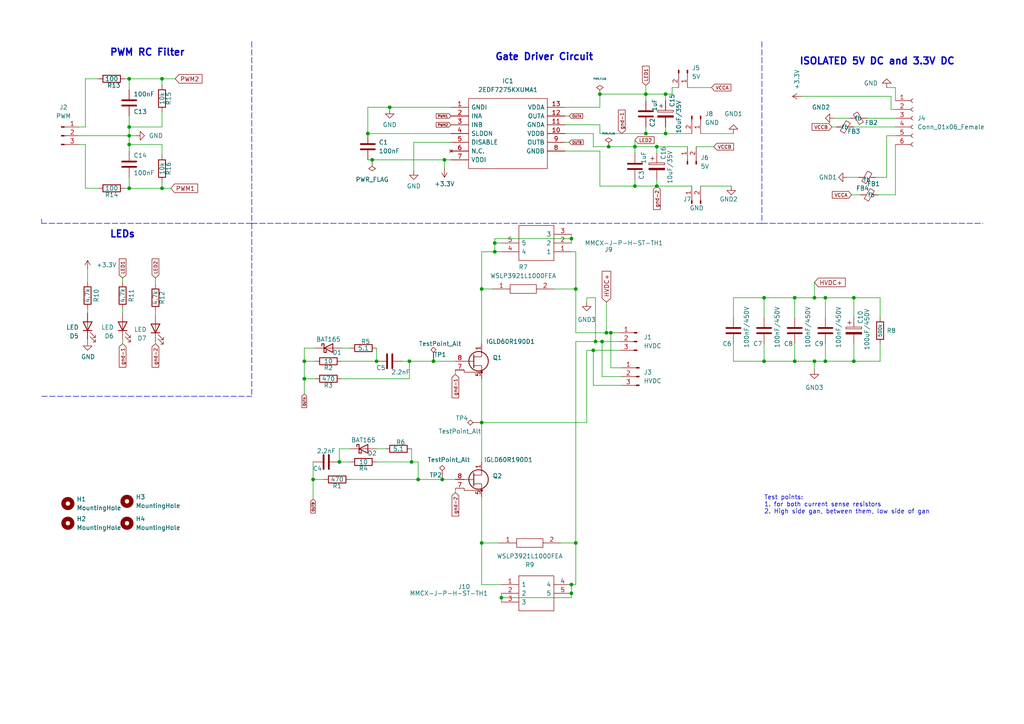
<source format=kicad_sch>
(kicad_sch (version 20211123) (generator eeschema)
  (paper "A4")
  (lib_symbols
    (symbol "2EDF7275KXUMA1:2EDF7275KXUMA1" (pin_names (offset 0.762))
      (property "Reference" "IC" (at 29.21 7.62 0))
      (property "Value" "2EDF7275KXUMA1" (at 29.21 5.08 0))
      (symbol "2EDF7275KXUMA1_0_0"
        (pin passive line (at 0 0 0) (length 5.08) (name "GNDI") (number "1"))
        (pin passive line (at 33.02 -7.62 180) (length 5.08) (name "VDDB") (number "10"))
        (pin passive line (at 33.02 -5.08 180) (length 5.08) (name "GNDA") (number "11"))
        (pin passive line (at 33.02 -2.54 180) (length 5.08) (name "OUTA") (number "12"))
        (pin passive line (at 33.02 0 180) (length 5.08) (name "VDDA") (number "13"))
        (pin passive line (at 0 -2.54 0) (length 5.08) (name "INA") (number "2"))
        (pin passive line (at 0 -5.08 0) (length 5.08) (name "INB") (number "3"))
        (pin passive line (at 0 -7.62 0) (length 5.08) (name "SLDON") (number "4"))
        (pin passive line (at 0 -10.16 0) (length 5.08) (name "DISABLE") (number "5"))
        (pin no_connect line (at 0 -12.7 0) (length 5.08) (name "N.C.") (number "6"))
        (pin passive line (at 0 -15.24 0) (length 5.08) (name "VDDI") (number "7"))
        (pin passive line (at 33.02 -12.7 180) (length 5.08) (name "GNDB") (number "8"))
        (pin passive line (at 33.02 -10.16 180) (length 5.08) (name "OUTB") (number "9"))
      )
      (symbol "2EDF7275KXUMA1_0_1"
        (polyline (pts (xy 5.08 2.54) (xy 27.94 2.54) (xy 27.94 -17.78) (xy 5.08 -17.78) (xy 5.08 2.54)) (stroke (width 0.1524)))
      )
    )
    (symbol "Connector:Conn_01x02_Male" (pin_names (offset 1.016) hide)
      (property "Reference" "J" (at 0 2.54 0))
      (property "Value" "Conn_01x02_Male" (at 0 -5.08 0))
      (symbol "Conn_01x02_Male_1_1"
        (polyline (pts (xy 1.27 -2.54) (xy 0.8636 -2.54)) (stroke (width 0.1524)))
        (polyline (pts (xy 1.27 0) (xy 0.8636 0)) (stroke (width 0.1524)))
        (rectangle (start 0.8636 -2.413) (end 0 -2.667) (stroke (width 0.1524)) (fill (type outline)))
        (rectangle (start 0.8636 0.127) (end 0 -0.127) (stroke (width 0.1524)) (fill (type outline)))
        (pin passive line (at 5.08 0 180) (length 3.81) (name "Pin_1") (number "1"))
        (pin passive line (at 5.08 -2.54 180) (length 3.81) (name "Pin_2") (number "2"))
      )
    )
    (symbol "Connector:Conn_01x03_Male" (pin_names (offset 1.016) hide)
      (property "Reference" "J" (at 0 5.08 0))
      (property "Value" "Conn_01x03_Male" (at 0 -5.08 0))
      (symbol "Conn_01x03_Male_1_1"
        (polyline (pts (xy 1.27 -2.54) (xy 0.8636 -2.54)) (stroke (width 0.1524)))
        (polyline (pts (xy 1.27 0) (xy 0.8636 0)) (stroke (width 0.1524)))
        (polyline (pts (xy 1.27 2.54) (xy 0.8636 2.54)) (stroke (width 0.1524)))
        (rectangle (start 0.8636 -2.413) (end 0 -2.667) (stroke (width 0.1524)) (fill (type outline)))
        (rectangle (start 0.8636 0.127) (end 0 -0.127) (stroke (width 0.1524)) (fill (type outline)))
        (rectangle (start 0.8636 2.667) (end 0 2.413) (stroke (width 0.1524)) (fill (type outline)))
        (pin passive line (at 5.08 2.54 180) (length 3.81) (name "Pin_1") (number "1"))
        (pin passive line (at 5.08 0 180) (length 3.81) (name "Pin_2") (number "2"))
        (pin passive line (at 5.08 -2.54 180) (length 3.81) (name "Pin_3") (number "3"))
      )
    )
    (symbol "Connector:Conn_01x06_Female" (pin_names (offset 1.016) hide)
      (property "Reference" "J" (at 0 7.62 0))
      (property "Value" "Conn_01x06_Female" (at 0 -10.16 0))
      (symbol "Conn_01x06_Female_1_1"
        (arc (start 0 -7.112) (mid -0.508 -7.62) (end 0 -8.128) (stroke (width 0.1524)))
        (arc (start 0 -4.572) (mid -0.508 -5.08) (end 0 -5.588) (stroke (width 0.1524)))
        (arc (start 0 -2.032) (mid -0.508 -2.54) (end 0 -3.048) (stroke (width 0.1524)))
        (polyline (pts (xy -1.27 -7.62) (xy -0.508 -7.62)) (stroke (width 0.1524)))
        (polyline (pts (xy -1.27 -5.08) (xy -0.508 -5.08)) (stroke (width 0.1524)))
        (polyline (pts (xy -1.27 -2.54) (xy -0.508 -2.54)) (stroke (width 0.1524)))
        (polyline (pts (xy -1.27 0) (xy -0.508 0)) (stroke (width 0.1524)))
        (polyline (pts (xy -1.27 2.54) (xy -0.508 2.54)) (stroke (width 0.1524)))
        (polyline (pts (xy -1.27 5.08) (xy -0.508 5.08)) (stroke (width 0.1524)))
        (arc (start 0 0.508) (mid -0.508 0) (end 0 -0.508) (stroke (width 0.1524)))
        (arc (start 0 3.048) (mid -0.508 2.54) (end 0 2.032) (stroke (width 0.1524)))
        (arc (start 0 5.588) (mid -0.508 5.08) (end 0 4.572) (stroke (width 0.1524)))
        (pin passive line (at -5.08 5.08 0) (length 3.81) (name "Pin_1") (number "1"))
        (pin passive line (at -5.08 2.54 0) (length 3.81) (name "Pin_2") (number "2"))
        (pin passive line (at -5.08 0 0) (length 3.81) (name "Pin_3") (number "3"))
        (pin passive line (at -5.08 -2.54 0) (length 3.81) (name "Pin_4") (number "4"))
        (pin passive line (at -5.08 -5.08 0) (length 3.81) (name "Pin_5") (number "5"))
        (pin passive line (at -5.08 -7.62 0) (length 3.81) (name "Pin_6") (number "6"))
      )
    )
    (symbol "Connector:TestPoint_Alt" (pin_numbers hide) (pin_names (offset 0.762) hide)
      (property "Reference" "TP" (at 0 6.858 0))
      (property "Value" "TestPoint_Alt" (at 0 5.08 0))
      (symbol "TestPoint_Alt_0_1"
        (polyline (pts (xy 0 2.54) (xy -0.762 3.302) (xy 0 4.064) (xy 0.762 3.302) (xy 0 2.54)))
      )
      (symbol "TestPoint_Alt_1_1"
        (pin passive line (at 0 0 90) (length 2.54) (name "1") (number "1"))
      )
    )
    (symbol "Device:C" (pin_numbers hide) (pin_names (offset 0.254))
      (property "Reference" "C" (at 0.635 2.54 0))
      (property "Value" "C" (at 0.635 -2.54 0))
      (symbol "C_0_1"
        (polyline (pts (xy -2.032 -0.762) (xy 2.032 -0.762)) (stroke (width 0.508)))
        (polyline (pts (xy -2.032 0.762) (xy 2.032 0.762)) (stroke (width 0.508)))
      )
      (symbol "C_1_1"
        (pin passive line (at 0 3.81 270) (length 2.794) (name "~") (number "1"))
        (pin passive line (at 0 -3.81 90) (length 2.794) (name "~") (number "2"))
      )
    )
    (symbol "Device:C_Polarized" (pin_numbers hide) (pin_names (offset 0.254))
      (property "Reference" "C" (at 0.635 2.54 0))
      (property "Value" "C_Polarized" (at 0.635 -2.54 0))
      (symbol "C_Polarized_0_1"
        (rectangle (start -2.286 0.508) (end 2.286 1.016))
        (polyline (pts (xy -1.778 2.286) (xy -0.762 2.286)))
        (polyline (pts (xy -1.27 2.794) (xy -1.27 1.778)))
        (rectangle (start 2.286 -0.508) (end -2.286 -1.016) (fill (type outline)))
      )
      (symbol "C_Polarized_1_1"
        (pin passive line (at 0 3.81 270) (length 2.794) (name "~") (number "1"))
        (pin passive line (at 0 -3.81 90) (length 2.794) (name "~") (number "2"))
      )
    )
    (symbol "Device:D_Schottky" (pin_numbers hide) (pin_names (offset 1.016) hide)
      (property "Reference" "D" (at 0 2.54 0))
      (property "Value" "D_Schottky" (at 0 -2.54 0))
      (symbol "D_Schottky_0_1"
        (polyline (pts (xy 1.27 0) (xy -1.27 0)))
        (polyline (pts (xy 1.27 1.27) (xy 1.27 -1.27) (xy -1.27 0) (xy 1.27 1.27)) (stroke (width 0.254)))
        (polyline (pts (xy -1.905 0.635) (xy -1.905 1.27) (xy -1.27 1.27) (xy -1.27 -1.27) (xy -0.635 -1.27) (xy -0.635 -0.635)) (stroke (width 0.254)))
      )
      (symbol "D_Schottky_1_1"
        (pin passive line (at -3.81 0 0) (length 2.54) (name "K") (number "1"))
        (pin passive line (at 3.81 0 180) (length 2.54) (name "A") (number "2"))
      )
    )
    (symbol "Device:FerriteBead_Small" (pin_numbers hide) (pin_names (offset 0))
      (property "Reference" "FB" (at 1.905 1.27 0))
      (property "Value" "FerriteBead_Small" (at 1.905 -1.27 0))
      (symbol "FerriteBead_Small_0_1"
        (polyline (pts (xy 0 -1.27) (xy 0 -0.7874)))
        (polyline (pts (xy 0 0.889) (xy 0 1.2954)))
        (polyline (pts (xy -1.8288 0.2794) (xy -1.1176 1.4986) (xy 1.8288 -0.2032) (xy 1.1176 -1.4224) (xy -1.8288 0.2794)))
      )
      (symbol "FerriteBead_Small_1_1"
        (pin passive line (at 0 2.54 270) (length 1.27) (name "~") (number "1"))
        (pin passive line (at 0 -2.54 90) (length 1.27) (name "~") (number "2"))
      )
    )
    (symbol "Device:LED" (pin_numbers hide) (pin_names (offset 1.016) hide)
      (property "Reference" "D" (at 0 2.54 0))
      (property "Value" "LED" (at 0 -2.54 0))
      (symbol "LED_0_1"
        (polyline (pts (xy -1.27 -1.27) (xy -1.27 1.27)) (stroke (width 0.254)))
        (polyline (pts (xy -1.27 0) (xy 1.27 0)))
        (polyline (pts (xy 1.27 -1.27) (xy 1.27 1.27) (xy -1.27 0) (xy 1.27 -1.27)) (stroke (width 0.254)))
        (polyline (pts (xy -3.048 -0.762) (xy -4.572 -2.286) (xy -3.81 -2.286) (xy -4.572 -2.286) (xy -4.572 -1.524)))
        (polyline (pts (xy -1.778 -0.762) (xy -3.302 -2.286) (xy -2.54 -2.286) (xy -3.302 -2.286) (xy -3.302 -1.524)))
      )
      (symbol "LED_1_1"
        (pin passive line (at -3.81 0 0) (length 2.54) (name "K") (number "1"))
        (pin passive line (at 3.81 0 180) (length 2.54) (name "A") (number "2"))
      )
    )
    (symbol "Device:R" (pin_numbers hide) (pin_names (offset 0))
      (property "Reference" "R" (at 2.032 0 90))
      (property "Value" "R" (at 0 0 90))
      (symbol "R_0_1"
        (rectangle (start -1.016 -2.54) (end 1.016 2.54) (stroke (width 0.254)))
      )
      (symbol "R_1_1"
        (pin passive line (at 0 3.81 270) (length 1.27) (name "~") (number "1"))
        (pin passive line (at 0 -3.81 90) (length 1.27) (name "~") (number "2"))
      )
    )
    (symbol "MMCX-J-P-H-ST-TH1:MMCX-J-P-H-ST-TH1" (pin_names (offset 0.762))
      (property "Reference" "J" (at 16.51 7.62 0))
      (property "Value" "MMCX-J-P-H-ST-TH1" (at 16.51 5.08 0))
      (symbol "MMCX-J-P-H-ST-TH1_0_0"
        (pin passive line (at 0 0 0) (length 5.08) (name "1") (number "1"))
        (pin passive line (at 0 -2.54 0) (length 5.08) (name "2") (number "2"))
        (pin passive line (at 0 -5.08 0) (length 5.08) (name "3") (number "3"))
        (pin passive line (at 20.32 0 180) (length 5.08) (name "4") (number "4"))
        (pin passive line (at 20.32 -2.54 180) (length 5.08) (name "5") (number "5"))
      )
      (symbol "MMCX-J-P-H-ST-TH1_0_1"
        (polyline (pts (xy 5.08 2.54) (xy 15.24 2.54) (xy 15.24 -7.62) (xy 5.08 -7.62) (xy 5.08 2.54)) (stroke (width 0.1524)))
      )
    )
    (symbol "Mechanical:MountingHole" (pin_names (offset 1.016))
      (property "Reference" "H" (at 0 5.08 0))
      (property "Value" "MountingHole" (at 0 3.175 0))
      (symbol "MountingHole_0_1"
        (circle (center 0 0) (radius 1.27) (stroke (width 1.27)))
      )
    )
    (symbol "Transistor_FET:IGLD60R190D1" (pin_names (offset 0) hide)
      (property "Reference" "Q" (at 5.08 1.905 0))
      (property "Value" "IGLD60R190D1" (at 5.08 0 0))
      (symbol "IGLD60R190D1_0_1"
        (polyline (pts (xy -2.54 0) (xy 0.254 0)))
        (polyline (pts (xy -2.54 -2.54) (xy -2.54 -3.175) (xy 2.54 -3.175)))
        (polyline (pts (xy 0.254 -1.27) (xy 2.54 -1.27) (xy 2.54 -2.54)))
        (polyline (pts (xy 0.254 1.905) (xy 0.254 -1.905) (xy 0.254 -1.905)) (stroke (width 0.254)))
        (polyline (pts (xy 2.54 2.54) (xy 2.54 1.27) (xy 0.254 1.27)))
        (circle (center 1.651 0) (radius 2.8194) (stroke (width 0.254)))
        (circle (center 2.54 -3.175) (radius 0.2794) (fill (type outline)))
      )
      (symbol "IGLD60R190D1_1_1"
        (pin passive line (at 2.54 5.08 270) (length 2.54) (name "D") (number "1"))
        (pin passive line (at 2.54 5.08 270) (length 2.54) hide (name "D") (number "2"))
        (pin passive line (at 2.54 5.08 270) (length 2.54) hide (name "D") (number "3"))
        (pin passive line (at 2.54 5.08 270) (length 2.54) hide (name "D") (number "4"))
        (pin passive line (at 2.54 -5.08 90) (length 2.54) (name "S") (number "5"))
        (pin passive line (at 2.54 -5.08 90) (length 2.54) hide (name "S") (number "6"))
        (pin passive line (at -5.08 -2.54 0) (length 2.54) (name "SS") (number "7"))
        (pin input line (at -5.08 0 0) (length 2.54) (name "G") (number "8"))
        (pin passive line (at 2.54 -5.08 90) (length 2.54) hide (name "S") (number "9"))
      )
    )
    (symbol "WSLP3921L1000FEA:WSLP3921L1000FEA" (pin_names (offset 0.762))
      (property "Reference" "R" (at 13.97 6.35 0))
      (property "Value" "WSLP3921L1000FEA" (at 13.97 3.81 0))
      (symbol "WSLP3921L1000FEA_0_0"
        (pin passive line (at 0 0 0) (length 5.08) (name "~") (number "1"))
        (pin passive line (at 17.78 0 180) (length 5.08) (name "~") (number "2"))
      )
      (symbol "WSLP3921L1000FEA_0_1"
        (polyline (pts (xy 5.08 1.27) (xy 12.7 1.27) (xy 12.7 -1.27) (xy 5.08 -1.27) (xy 5.08 1.27)) (stroke (width 0.1524)))
      )
    )
    (symbol "power:+3.3V" (power) (pin_names (offset 0))
      (property "Value" "+3.3V" (at 0 3.556 0))
      (symbol "+3.3V_0_1"
        (polyline (pts (xy -0.762 1.27) (xy 0 2.54)))
        (polyline (pts (xy 0 0) (xy 0 2.54)))
        (polyline (pts (xy 0 2.54) (xy 0.762 1.27)))
      )
      (symbol "+3.3V_1_1"
        (pin power_in line (at 0 0 90) (length 0) hide (name "+3.3V") (number "1"))
      )
    )
    (symbol "power:GND" (power) (pin_names (offset 0))
      (property "Value" "GND" (at 0 -3.81 0))
      (symbol "GND_0_1"
        (polyline (pts (xy 0 0) (xy 0 -1.27) (xy 1.27 -1.27) (xy 0 -2.54) (xy -1.27 -1.27) (xy 0 -1.27)))
      )
      (symbol "GND_1_1"
        (pin power_in line (at 0 0 270) (length 0) hide (name "GND") (number "1"))
      )
    )
    (symbol "power:GND1" (power) (pin_names (offset 0))
      (property "Value" "GND1" (at 0 -3.81 0))
      (symbol "GND1_0_1"
        (polyline (pts (xy 0 0) (xy 0 -1.27) (xy 1.27 -1.27) (xy 0 -2.54) (xy -1.27 -1.27) (xy 0 -1.27)))
      )
      (symbol "GND1_1_1"
        (pin power_in line (at 0 0 270) (length 0) hide (name "GND1") (number "1"))
      )
    )
    (symbol "power:GND2" (power) (pin_names (offset 0))
      (property "Value" "GND2" (at 0 -3.81 0))
      (symbol "GND2_0_1"
        (polyline (pts (xy 0 0) (xy 0 -1.27) (xy 1.27 -1.27) (xy 0 -2.54) (xy -1.27 -1.27) (xy 0 -1.27)))
      )
      (symbol "GND2_1_1"
        (pin power_in line (at 0 0 270) (length 0) hide (name "GND2") (number "1"))
      )
    )
    (symbol "power:GND3" (power) (pin_names (offset 0))
      (property "Value" "GND3" (at 0 -3.81 0))
      (symbol "GND3_0_1"
        (polyline (pts (xy 0 0) (xy 0 -1.27) (xy 1.27 -1.27) (xy 0 -2.54) (xy -1.27 -1.27) (xy 0 -1.27)))
      )
      (symbol "GND3_1_1"
        (pin power_in line (at 0 0 270) (length 0) hide (name "GND3") (number "1"))
      )
    )
    (symbol "power:PWR_FLAG" (power) (pin_numbers hide) (pin_names (offset 0) hide)
      (property "Value" "PWR_FLAG" (at 0 3.81 0))
      (symbol "PWR_FLAG_0_0"
        (pin power_out line (at 0 0 90) (length 0) (name "pwr") (number "1"))
      )
      (symbol "PWR_FLAG_0_1"
        (polyline (pts (xy 0 0) (xy 0 1.27) (xy -1.016 1.905) (xy 0 2.54) (xy 1.016 1.905) (xy 0 1.27)))
      )
    )
  )
  (junction (at 193.04 27.305))
  (junction (at 247.65 104.775))
  (junction (at 139.7 83.82))
  (junction (at 37.465 54.61))
  (junction (at 145.415 173.355))
  (junction (at 109.22 104.775))
  (junction (at 177.165 96.52))
  (junction (at 107.95 46.355))
  (junction (at 230.505 104.775))
  (junction (at 187.325 27.305))
  (junction (at 236.22 86.36))
  (junction (at 128.905 46.355))
  (junction (at 119.38 133.985))
  (junction (at 106.68 38.735))
  (junction (at 230.505 86.36))
  (junction (at 190.5 53.975))
  (junction (at 172.72 99.06))
  (junction (at 88.265 104.775))
  (junction (at 37.465 41.91))
  (junction (at 184.15 42.545))
  (junction (at 236.22 104.775))
  (junction (at 184.15 53.975))
  (junction (at 46.99 22.86))
  (junction (at 175.895 96.52))
  (junction (at 139.7 122.555))
  (junction (at 113.03 31.115))
  (junction (at 90.805 139.065))
  (junction (at 46.99 54.61))
  (junction (at 98.425 133.985))
  (junction (at 37.465 36.83))
  (junction (at 165.735 169.545))
  (junction (at 239.395 86.36))
  (junction (at 143.51 73.025))
  (junction (at 143.51 70.485))
  (junction (at 165.735 69.215))
  (junction (at 128.27 139.065))
  (junction (at 139.7 157.48))
  (junction (at 173.99 27.305))
  (junction (at 193.04 38.735))
  (junction (at 118.745 104.775))
  (junction (at 167.005 83.82))
  (junction (at 239.395 104.775))
  (junction (at 172.085 101.6))
  (junction (at 37.465 39.37))
  (junction (at 37.465 22.86))
  (junction (at 174.625 99.06))
  (junction (at 88.265 109.855))
  (junction (at 167.005 157.48))
  (junction (at 121.285 139.065))
  (junction (at 165.735 172.085))
  (junction (at 190.5 42.545))
  (junction (at 125.73 104.775))
  (junction (at 247.65 86.36))
  (junction (at 221.615 104.775))
  (junction (at 221.615 86.36))
  (junction (at 176.53 42.545))
  (junction (at 187.325 38.735))
  (wire (pts (xy 98.425 130.175) (xy 101.6 130.175)))
  (wire (pts (xy 24.765 54.61) (xy 24.765 41.91)))
  (wire (pts (xy 173.99 43.815) (xy 163.83 43.815)))
  (wire (pts (xy 172.085 101.6) (xy 179.705 101.6)))
  (polyline (pts (xy 12.065 114.935) (xy 73.025 114.935)))
  (wire (pts (xy 107.95 46.355) (xy 107.95 46.99)))
  (wire (pts (xy 45.085 90.17) (xy 45.085 91.44)))
  (wire (pts (xy 106.68 38.735) (xy 130.81 38.735)))
  (wire (pts (xy 193.04 36.83) (xy 193.04 38.735)))
  (wire (pts (xy 187.325 29.21) (xy 187.325 27.305)))
  (wire (pts (xy 190.5 42.545) (xy 199.39 42.545)))
  (wire (pts (xy 99.06 104.775) (xy 109.22 104.775)))
  (wire (pts (xy 139.7 109.855) (xy 139.7 122.555)))
  (wire (pts (xy 180.34 106.68) (xy 177.165 106.68)))
  (wire (pts (xy 113.03 31.75) (xy 113.03 31.115)))
  (polyline (pts (xy 220.98 64.77) (xy 285.115 64.77)))
  (wire (pts (xy 143.51 70.485) (xy 143.51 69.215)))
  (wire (pts (xy 143.51 69.215) (xy 165.735 69.215)))
  (wire (pts (xy 236.22 104.775) (xy 236.22 107.315)))
  (wire (pts (xy 163.83 41.275) (xy 165.1 41.275)))
  (wire (pts (xy 257.175 39.37) (xy 259.715 39.37)))
  (wire (pts (xy 258.445 31.75) (xy 259.715 31.75)))
  (wire (pts (xy 239.395 86.36) (xy 236.22 86.36)))
  (wire (pts (xy 24.765 22.86) (xy 28.575 22.86)))
  (wire (pts (xy 165.735 169.545) (xy 167.005 169.545)))
  (wire (pts (xy 173.99 38.735) (xy 173.99 36.195)))
  (wire (pts (xy 132.08 142.875) (xy 132.08 141.605)))
  (wire (pts (xy 177.165 106.68) (xy 177.165 96.52)))
  (polyline (pts (xy 220.98 12.065) (xy 220.98 64.77)))
  (wire (pts (xy 165.735 172.085) (xy 165.735 173.355)))
  (wire (pts (xy 232.41 27.94) (xy 258.445 27.94)))
  (wire (pts (xy 212.725 92.075) (xy 212.725 86.36)))
  (wire (pts (xy 145.415 73.025) (xy 143.51 73.025)))
  (wire (pts (xy 175.895 87.63) (xy 175.895 96.52)))
  (wire (pts (xy 184.15 42.545) (xy 190.5 42.545)))
  (wire (pts (xy 221.615 86.36) (xy 221.615 92.075)))
  (wire (pts (xy 165.735 67.945) (xy 165.735 69.215)))
  (wire (pts (xy 193.04 27.305) (xy 194.945 27.305)))
  (wire (pts (xy 120.015 41.275) (xy 120.015 49.53)))
  (wire (pts (xy 143.51 73.025) (xy 139.7 73.025)))
  (wire (pts (xy 173.99 31.115) (xy 173.99 27.305)))
  (wire (pts (xy 128.27 139.065) (xy 132.08 139.065)))
  (wire (pts (xy 259.715 41.91) (xy 259.715 56.515)))
  (wire (pts (xy 241.935 34.29) (xy 246.38 34.29)))
  (wire (pts (xy 175.895 96.52) (xy 177.165 96.52)))
  (wire (pts (xy 37.465 41.91) (xy 37.465 43.815)))
  (wire (pts (xy 165.735 69.215) (xy 165.735 70.485)))
  (wire (pts (xy 172.085 38.735) (xy 163.83 38.735)))
  (wire (pts (xy 193.04 38.735) (xy 200.66 38.735)))
  (wire (pts (xy 163.83 33.655) (xy 165.1 33.655)))
  (wire (pts (xy 230.505 86.36) (xy 230.505 92.075)))
  (wire (pts (xy 187.325 24.765) (xy 187.325 27.305)))
  (wire (pts (xy 212.725 104.775) (xy 212.725 99.695)))
  (wire (pts (xy 106.68 31.115) (xy 113.03 31.115)))
  (wire (pts (xy 170.18 122.555) (xy 170.18 101.6)))
  (wire (pts (xy 254.635 56.515) (xy 259.715 56.515)))
  (wire (pts (xy 173.99 43.815) (xy 173.99 53.975)))
  (wire (pts (xy 176.53 42.545) (xy 184.15 42.545)))
  (wire (pts (xy 221.615 104.775) (xy 212.725 104.775)))
  (wire (pts (xy 46.99 24.765) (xy 46.99 22.86)))
  (wire (pts (xy 24.765 36.83) (xy 24.765 22.86)))
  (wire (pts (xy 113.03 31.115) (xy 130.81 31.115)))
  (wire (pts (xy 37.465 22.86) (xy 37.465 26.035)))
  (wire (pts (xy 109.22 133.985) (xy 119.38 133.985)))
  (wire (pts (xy 203.2 53.975) (xy 212.09 53.975)))
  (wire (pts (xy 247.65 99.695) (xy 247.65 104.775)))
  (wire (pts (xy 35.56 80.645) (xy 35.56 81.915)))
  (wire (pts (xy 247.015 56.515) (xy 249.555 56.515)))
  (wire (pts (xy 172.085 42.545) (xy 176.53 42.545)))
  (wire (pts (xy 90.805 139.065) (xy 90.805 133.985)))
  (wire (pts (xy 145.415 70.485) (xy 143.51 70.485)))
  (wire (pts (xy 121.285 139.065) (xy 128.27 139.065)))
  (wire (pts (xy 221.615 99.695) (xy 221.615 104.775)))
  (polyline (pts (xy 73.025 64.77) (xy 73.025 114.935)))
  (wire (pts (xy 173.99 38.735) (xy 187.325 38.735)))
  (wire (pts (xy 167.005 157.48) (xy 167.005 169.545)))
  (wire (pts (xy 101.6 133.985) (xy 98.425 133.985)))
  (wire (pts (xy 172.085 111.76) (xy 172.085 101.6)))
  (wire (pts (xy 247.65 86.36) (xy 239.395 86.36)))
  (wire (pts (xy 255.27 86.36) (xy 247.65 86.36)))
  (wire (pts (xy 93.98 139.065) (xy 90.805 139.065)))
  (wire (pts (xy 242.57 36.83) (xy 241.3 36.83)))
  (wire (pts (xy 170.18 86.36) (xy 170.18 87.63)))
  (wire (pts (xy 116.84 104.775) (xy 118.745 104.775)))
  (wire (pts (xy 46.99 45.085) (xy 46.99 41.91)))
  (wire (pts (xy 88.265 114.3) (xy 88.265 109.855)))
  (wire (pts (xy 139.7 122.555) (xy 139.7 133.985)))
  (wire (pts (xy 259.715 25.4) (xy 257.175 25.4)))
  (wire (pts (xy 184.15 52.07) (xy 184.15 53.975)))
  (wire (pts (xy 173.99 27.305) (xy 187.325 27.305)))
  (wire (pts (xy 230.505 99.695) (xy 230.505 104.775)))
  (wire (pts (xy 145.415 173.355) (xy 145.415 174.625)))
  (wire (pts (xy 139.7 73.025) (xy 139.7 83.82)))
  (wire (pts (xy 257.175 51.435) (xy 257.175 39.37)))
  (wire (pts (xy 22.86 36.83) (xy 24.765 36.83)))
  (wire (pts (xy 35.56 99.695) (xy 35.56 98.425)))
  (polyline (pts (xy 220.98 64.77) (xy 73.025 64.77)))
  (wire (pts (xy 37.465 33.655) (xy 37.465 36.83)))
  (wire (pts (xy 22.86 41.91) (xy 24.765 41.91)))
  (wire (pts (xy 247.65 104.775) (xy 255.27 104.775)))
  (wire (pts (xy 99.06 100.965) (xy 101.6 100.965)))
  (wire (pts (xy 118.745 104.775) (xy 125.73 104.775)))
  (wire (pts (xy 203.2 38.735) (xy 212.725 38.735)))
  (wire (pts (xy 128.905 46.355) (xy 128.905 48.895)))
  (wire (pts (xy 257.175 51.435) (xy 254 51.435)))
  (wire (pts (xy 172.085 42.545) (xy 172.085 38.735)))
  (wire (pts (xy 25.4 78.105) (xy 25.4 81.915)))
  (wire (pts (xy 190.5 52.07) (xy 190.5 53.975)))
  (wire (pts (xy 36.195 54.61) (xy 37.465 54.61)))
  (wire (pts (xy 46.99 54.61) (xy 37.465 54.61)))
  (wire (pts (xy 139.7 169.545) (xy 139.7 157.48)))
  (wire (pts (xy 91.44 104.775) (xy 88.265 104.775)))
  (wire (pts (xy 173.99 53.975) (xy 184.15 53.975)))
  (wire (pts (xy 46.99 32.385) (xy 46.99 36.83)))
  (wire (pts (xy 184.15 53.975) (xy 190.5 53.975)))
  (wire (pts (xy 251.46 34.29) (xy 259.715 34.29)))
  (wire (pts (xy 160.655 83.82) (xy 167.005 83.82)))
  (wire (pts (xy 46.99 22.86) (xy 37.465 22.86)))
  (wire (pts (xy 139.7 122.555) (xy 170.18 122.555)))
  (wire (pts (xy 22.86 39.37) (xy 37.465 39.37)))
  (wire (pts (xy 37.465 54.61) (xy 37.465 51.435)))
  (wire (pts (xy 165.735 169.545) (xy 165.735 172.085)))
  (wire (pts (xy 90.805 144.78) (xy 90.805 139.065)))
  (wire (pts (xy 106.68 46.355) (xy 107.95 46.355)))
  (wire (pts (xy 172.72 86.36) (xy 172.72 99.06)))
  (wire (pts (xy 128.905 46.355) (xy 130.81 46.355)))
  (wire (pts (xy 199.39 25.4) (xy 206.375 25.4)))
  (wire (pts (xy 145.415 172.085) (xy 145.415 173.355)))
  (wire (pts (xy 109.22 104.775) (xy 109.22 100.965)))
  (wire (pts (xy 139.7 144.145) (xy 139.7 157.48)))
  (polyline (pts (xy 73.025 64.77) (xy 12.065 64.77)))
  (wire (pts (xy 255.27 99.695) (xy 255.27 104.775)))
  (wire (pts (xy 37.465 36.83) (xy 37.465 39.37)))
  (wire (pts (xy 139.7 83.82) (xy 139.7 99.695)))
  (wire (pts (xy 230.505 104.775) (xy 221.615 104.775)))
  (wire (pts (xy 46.99 54.61) (xy 49.53 54.61)))
  (wire (pts (xy 167.005 73.025) (xy 167.005 83.82)))
  (wire (pts (xy 46.99 22.86) (xy 50.8 22.86)))
  (wire (pts (xy 167.005 96.52) (xy 175.895 96.52)))
  (wire (pts (xy 45.085 99.695) (xy 45.085 99.06)))
  (wire (pts (xy 46.99 36.83) (xy 37.465 36.83)))
  (wire (pts (xy 139.7 169.545) (xy 145.415 169.545)))
  (wire (pts (xy 167.005 99.06) (xy 172.72 99.06)))
  (wire (pts (xy 25.4 89.535) (xy 25.4 90.805)))
  (wire (pts (xy 37.465 39.37) (xy 39.37 39.37)))
  (wire (pts (xy 190.5 44.45) (xy 190.5 42.545)))
  (wire (pts (xy 193.04 29.21) (xy 193.04 27.305)))
  (wire (pts (xy 99.06 109.855) (xy 118.745 109.855)))
  (wire (pts (xy 106.68 31.115) (xy 106.68 38.735)))
  (wire (pts (xy 167.005 83.82) (xy 167.005 96.52)))
  (wire (pts (xy 139.7 157.48) (xy 144.78 157.48)))
  (wire (pts (xy 167.005 99.06) (xy 167.005 157.48)))
  (wire (pts (xy 88.265 109.855) (xy 88.265 104.775)))
  (wire (pts (xy 236.22 104.775) (xy 239.395 104.775)))
  (wire (pts (xy 194.945 25.4) (xy 196.85 25.4)))
  (wire (pts (xy 46.99 41.91) (xy 37.465 41.91)))
  (wire (pts (xy 239.395 99.695) (xy 239.395 104.775)))
  (wire (pts (xy 132.08 108.585) (xy 132.08 107.315)))
  (wire (pts (xy 119.38 133.985) (xy 119.38 130.175)))
  (wire (pts (xy 125.73 104.775) (xy 132.08 104.775)))
  (wire (pts (xy 91.44 109.855) (xy 88.265 109.855)))
  (wire (pts (xy 184.15 42.545) (xy 184.15 44.45)))
  (wire (pts (xy 121.285 139.065) (xy 121.285 133.985)))
  (wire (pts (xy 194.945 25.4) (xy 194.945 27.305)))
  (wire (pts (xy 28.575 54.61) (xy 24.765 54.61)))
  (wire (pts (xy 190.5 53.975) (xy 200.66 53.975)))
  (wire (pts (xy 255.27 92.075) (xy 255.27 86.36)))
  (wire (pts (xy 247.65 86.36) (xy 247.65 92.075)))
  (wire (pts (xy 245.745 51.435) (xy 248.92 51.435)))
  (wire (pts (xy 46.99 52.705) (xy 46.99 54.61)))
  (wire (pts (xy 98.425 133.985) (xy 98.425 130.175)))
  (wire (pts (xy 173.99 36.195) (xy 163.83 36.195)))
  (wire (pts (xy 177.165 96.52) (xy 179.705 96.52)))
  (wire (pts (xy 239.395 86.36) (xy 239.395 92.075)))
  (wire (pts (xy 37.465 41.91) (xy 37.465 39.37)))
  (wire (pts (xy 236.22 81.915) (xy 236.22 86.36)))
  (wire (pts (xy 247.65 36.83) (xy 259.715 36.83)))
  (wire (pts (xy 172.72 99.06) (xy 174.625 99.06)))
  (wire (pts (xy 180.34 109.22) (xy 174.625 109.22)))
  (wire (pts (xy 236.22 86.36) (xy 230.505 86.36)))
  (wire (pts (xy 25.4 99.06) (xy 25.4 98.425)))
  (wire (pts (xy 35.56 89.535) (xy 35.56 90.805)))
  (wire (pts (xy 212.725 86.36) (xy 221.615 86.36)))
  (wire (pts (xy 36.195 22.86) (xy 37.465 22.86)))
  (wire (pts (xy 258.445 27.94) (xy 258.445 31.75)))
  (wire (pts (xy 88.265 100.965) (xy 91.44 100.965)))
  (wire (pts (xy 187.325 27.305) (xy 193.04 27.305)))
  (wire (pts (xy 121.285 133.985) (xy 119.38 133.985)))
  (wire (pts (xy 230.505 104.775) (xy 236.22 104.775)))
  (wire (pts (xy 259.715 25.4) (xy 259.715 29.21)))
  (wire (pts (xy 172.72 86.36) (xy 170.18 86.36)))
  (wire (pts (xy 174.625 99.06) (xy 179.705 99.06)))
  (polyline (pts (xy 12.065 63.5) (xy 12.065 64.77)))
  (wire (pts (xy 120.015 41.275) (xy 130.81 41.275)))
  (wire (pts (xy 118.745 109.855) (xy 118.745 104.775)))
  (wire (pts (xy 165.735 173.355) (xy 145.415 173.355)))
  (wire (pts (xy 180.34 111.76) (xy 172.085 111.76)))
  (wire (pts (xy 109.22 130.175) (xy 111.76 130.175)))
  (wire (pts (xy 207.01 42.545) (xy 201.93 42.545)))
  (wire (pts (xy 187.325 36.83) (xy 187.325 38.735)))
  (wire (pts (xy 174.625 109.22) (xy 174.625 99.06)))
  (wire (pts (xy 143.51 70.485) (xy 143.51 73.025)))
  (wire (pts (xy 187.325 38.735) (xy 193.04 38.735)))
  (wire (pts (xy 107.95 46.355) (xy 128.905 46.355)))
  (wire (pts (xy 165.735 73.025) (xy 167.005 73.025)))
  (wire (pts (xy 162.56 157.48) (xy 167.005 157.48)))
  (wire (pts (xy 184.15 40.64) (xy 184.15 42.545)))
  (polyline (pts (xy 73.025 12.065) (xy 73.025 64.77)))
  (wire (pts (xy 101.6 139.065) (xy 121.285 139.065)))
  (wire (pts (xy 239.395 104.775) (xy 247.65 104.775)))
  (wire (pts (xy 230.505 86.36) (xy 221.615 86.36)))
  (wire (pts (xy 88.265 104.775) (xy 88.265 100.965)))
  (wire (pts (xy 139.7 83.82) (xy 142.875 83.82)))
  (wire (pts (xy 163.83 31.115) (xy 173.99 31.115)))
  (wire (pts (xy 170.18 101.6) (xy 172.085 101.6)))
  (wire (pts (xy 45.085 80.645) (xy 45.085 82.55)))
  (text "Test points: \n1. for both current sense resistors\n2. High side gan, between them, low side of gan\n" (at 221.615 149.225 0) (effects (font (size 1.27 1.27)) (justify left bottom)))
  (text "LEDs" (at 31.75 69.215 0) (effects (font (size 2 2) (thickness 0.4) bold) (justify left bottom)))
  (text "ISOLATED 5V DC and 3.3V DC" (at 231.775 19.05 0) (effects (font (size 2 2) (thickness 0.4) bold) (justify left bottom)))
  (text "PWM RC Filter" (at 31.75 16.51 0) (effects (font (size 2 2) (thickness 0.4) bold) (justify left bottom)))
  (text "Gate Driver Circuit" (at 143.51 17.78 0) (effects (font (size 2 2) (thickness 0.4) bold) (justify left bottom)))
  (global_label "VCCA" (shape input) (at 247.015 56.515 180) (effects (font (size 1 1))) (property "Intersheet References" "${INTERSHEET_REFS}" (effects hide)))
  (global_label "HVDC+" (shape input) (at 175.895 87.63 90) (property "Intersheet References" "${INTERSHEET_REFS}" (effects hide)))
  (global_label "LED1" (shape input) (at 187.325 24.765 90) (effects (font (size 1 1))) (property "Intersheet References" "${INTERSHEET_REFS}" (effects hide)))
  (global_label "VCCB" (shape input) (at 241.3 36.83 180) (effects (font (size 1 1))) (property "Intersheet References" "${INTERSHEET_REFS}" (effects hide)))
  (global_label "PWM1" (shape input) (at 49.53 54.61 0) (property "Intersheet References" "${INTERSHEET_REFS}" (effects hide)))
  (global_label "PWM2" (shape input) (at 50.8 22.86 0) (property "Intersheet References" "${INTERSHEET_REFS}" (effects hide)))
  (global_label "PWM2" (shape input) (at 130.81 36.195 180) (effects (font (size 0.7 0.7))) (property "Intersheet References" "${INTERSHEET_REFS}" (effects hide)))
  (global_label "gnd-1" (shape input) (at 180.34 38.735 90) (effects (font (size 1 1))) (property "Intersheet References" "${INTERSHEET_REFS}" (effects hide)))
  (global_label "OUTB" (shape input) (at 165.1 41.275 0) (effects (font (size 0.7 0.7))) (property "Intersheet References" "${INTERSHEET_REFS}" (effects hide)))
  (global_label "gnd-2" (shape input) (at 45.085 99.695 270) (effects (font (size 1 1))) (property "Intersheet References" "${INTERSHEET_REFS}" (effects hide)))
  (global_label "VCCA" (shape input) (at 206.375 25.4 0) (effects (font (size 1 1))) (property "Intersheet References" "${INTERSHEET_REFS}" (effects hide)))
  (global_label "LED2" (shape input) (at 184.15 40.64 0) (effects (font (size 1 1))) (property "Intersheet References" "${INTERSHEET_REFS}" (effects hide)))
  (global_label "LED2" (shape input) (at 45.085 80.645 90) (effects (font (size 1 1))) (property "Intersheet References" "${INTERSHEET_REFS}" (effects hide)))
  (global_label "OUTA" (shape input) (at 88.265 114.3 270) (effects (font (size 0.7 0.7))) (property "Intersheet References" "${INTERSHEET_REFS}" (effects hide)))
  (global_label "gnd-2" (shape input) (at 190.5 53.975 270) (effects (font (size 1 1))) (property "Intersheet References" "${INTERSHEET_REFS}" (effects hide)))
  (global_label "OUTB" (shape input) (at 90.805 144.78 270) (effects (font (size 0.7 0.7))) (property "Intersheet References" "${INTERSHEET_REFS}" (effects hide)))
  (global_label "LED1" (shape input) (at 35.56 80.645 90) (effects (font (size 1 1))) (property "Intersheet References" "${INTERSHEET_REFS}" (effects hide)))
  (global_label "OUTA" (shape input) (at 165.1 33.655 0) (effects (font (size 0.7 0.7))) (property "Intersheet References" "${INTERSHEET_REFS}" (effects hide)))
  (global_label "gnd-2" (shape input) (at 132.08 142.875 270) (effects (font (size 1 1))) (property "Intersheet References" "${INTERSHEET_REFS}" (effects hide)))
  (global_label "gnd-1" (shape input) (at 132.08 108.585 270) (effects (font (size 1 1))) (property "Intersheet References" "${INTERSHEET_REFS}" (effects hide)))
  (global_label "VCCB" (shape input) (at 207.01 42.545 0) (effects (font (size 1 1))) (property "Intersheet References" "${INTERSHEET_REFS}" (effects hide)))
  (global_label "HVDC+" (shape input) (at 236.22 81.915 0) (property "Intersheet References" "${INTERSHEET_REFS}" (effects hide)))
  (global_label "PWM1" (shape input) (at 130.81 33.655 180) (effects (font (size 0.7 0.7))) (property "Intersheet References" "${INTERSHEET_REFS}" (effects hide)))
  (global_label "gnd-1" (shape input) (at 35.56 99.695 270) (effects (font (size 1 1))) (property "Intersheet References" "${INTERSHEET_REFS}" (effects hide)))
  (symbol (lib_id "Device:FerriteBead_Small") (at 248.92 34.29 270) (mirror x) (unit 1)
    (property "Reference" "FB2" (at 252.73 35.56 90))
    (property "Value" "fb" (at 248.92 34.29 90))
    (property "Footprint" "Resistor_SMD:R_0805_2012Metric" (effects hide))
  )
  (symbol (lib_id "Connector:Conn_01x03_Male") (at 185.42 109.22 0) (mirror y) (unit 1)
    (property "Reference" "J3" (at 186.69 107.9499 0) (effects (justify right)))
    (property "Value" "HVDC" (at 186.69 110.4899 0) (effects (justify right)))
    (property "Footprint" "Connector_Molex:Molex_KK-396_A-41791-0003_1x03_P3.96mm_Vertical" (effects hide))
  )
  (symbol (lib_id "power:GND2") (at 241.935 34.29 270) (mirror x) (unit 1)
    (property "Reference" "#PWR05" (effects hide))
    (property "Value" "GND2" (at 238.125 31.115 90))
  )
  (symbol (lib_id "Device:R") (at 95.25 109.855 90) (unit 1)
    (property "Reference" "R3" (at 95.25 111.76 90))
    (property "Value" "470" (at 95.25 109.855 90))
    (property "Footprint" "Resistor_SMD:R_0805_2012Metric" (effects hide))
  )
  (symbol (lib_id "power:PWR_FLAG") (at 173.99 27.305 0) (unit 1)
    (property "Reference" "#FLG0102" (effects hide))
    (property "Value" "PWR_FLAG" (at 173.99 22.86 0) (effects (font (size 0.5 0.5))))
  )
  (symbol (lib_id "MMCX-J-P-H-ST-TH1:MMCX-J-P-H-ST-TH1") (at 145.415 169.545 0) (unit 1)
    (property "Reference" "J10" (at 134.62 170.18 0))
    (property "Value" "MMCX-J-P-H-ST-TH1" (at 130.175 172.085 0))
    (property "Footprint" "MMCX-J-P-H-ST-TH1:MMCXJPHSTTH1" (effects hide))
    (property "Datasheet" "http://suddendocs.samtec.com/prints/mmcx-j-p-x-st-th1-mkt.pdf" (effects hide))
    (property "Description" "Samtec 50 Straight Through Hole MMCX Connector, jack, Solder Termination, 0  6GHz, Coaxial" (effects hide))
    (property "Height" "4.35" (effects hide))
    (property "Mouser Part Number" "200-MMCXJPHSTTH1" (effects hide))
    (property "Mouser Price/Stock" "https://www.mouser.co.uk/ProductDetail/Samtec/MMCX-J-P-H-ST-TH1?qs=jyzYFa4oMQgZ1Ln0Y5MuTQ%3D%3D" (effects hide))
    (property "Manufacturer_Name" "SAMTEC" (effects hide))
    (property "Manufacturer_Part_Number" "MMCX-J-P-H-ST-TH1" (effects hide))
  )
  (symbol (lib_id "Connector:Conn_01x02_Male") (at 199.39 20.32 270) (unit 1)
    (property "Reference" "J5" (at 200.66 19.6849 90) (effects (justify left)))
    (property "Value" "5V" (at 200.66 22.2249 90) (effects (justify left)))
    (property "Footprint" "Connector_PinHeader_2.54mm:PinHeader_1x02_P2.54mm_Vertical" (effects hide))
  )
  (symbol (lib_id "power:PWR_FLAG") (at 107.95 46.99 180) (unit 1)
    (property "Reference" "#FLG01" (effects hide))
    (property "Value" "PWR_FLAG" (at 107.95 52.07 0))
  )
  (symbol (lib_id "Device:R") (at 45.085 86.36 180) (unit 1)
    (property "Reference" "R12" (at 46.99 86.36 90))
    (property "Value" "4.7k" (at 45.085 86.36 90))
    (property "Footprint" "Resistor_SMD:R_0805_2012Metric" (effects hide))
  )
  (symbol (lib_id "Device:R") (at 97.79 139.065 90) (unit 1)
    (property "Reference" "R1" (at 97.79 140.97 90))
    (property "Value" "470" (at 97.79 139.065 90))
    (property "Footprint" "Resistor_SMD:R_0805_2012Metric" (effects hide))
  )
  (symbol (lib_id "power:GND") (at 120.015 49.53 0) (unit 1)
    (property "Reference" "#PWR0101" (effects hide))
    (property "Value" "GND" (at 120.015 53.975 0))
  )
  (symbol (lib_id "power:GND") (at 257.175 25.4 180) (unit 1)
    (property "Reference" "#PWR08" (effects hide))
    (property "Value" "GND" (at 254.635 24.1301 0) (effects (justify left)))
  )
  (symbol (lib_id "Device:C") (at 230.505 95.885 0) (unit 1)
    (property "Reference" "C8" (at 227.33 99.695 0) (effects (justify left)))
    (property "Value" "100nF/450V" (at 234.315 100.965 90) (effects (justify left)))
    (property "Footprint" "Capacitor_SMD:C_1206_3216Metric" (effects hide))
  )
  (symbol (lib_id "Device:C_Polarized") (at 247.65 95.885 0) (unit 1)
    (property "Reference" "C10" (at 249.555 93.98 90) (effects (justify left)))
    (property "Value" "100uF/450V" (at 251.46 101.6 90) (effects (justify left)))
    (property "Footprint" "Capacitor_THT:CP_Radial_D18.0mm_P7.50mm" (effects hide))
  )
  (symbol (lib_id "Connector:Conn_01x02_Male") (at 199.39 47.625 90) (unit 1)
    (property "Reference" "J6" (at 203.2 45.7199 90) (effects (justify right)))
    (property "Value" "5V" (at 203.2 48.2599 90) (effects (justify right)))
    (property "Footprint" "Connector_PinHeader_2.54mm:PinHeader_1x02_P2.54mm_Vertical" (effects hide))
  )
  (symbol (lib_id "Device:C") (at 239.395 95.885 0) (unit 1)
    (property "Reference" "C9" (at 236.22 99.695 0) (effects (justify left)))
    (property "Value" "100nF/450V" (at 243.205 100.965 90) (effects (justify left)))
    (property "Footprint" "Capacitor_SMD:C_1206_3216Metric" (effects hide))
  )
  (symbol (lib_id "Device:R") (at 35.56 85.725 180) (unit 1)
    (property "Reference" "R11" (at 38.1 85.725 90))
    (property "Value" "4.7k" (at 35.56 85.725 90))
    (property "Footprint" "Resistor_SMD:R_0805_2012Metric" (effects hide))
  )
  (symbol (lib_id "Device:LED") (at 35.56 94.615 90) (unit 1)
    (property "Reference" "D6" (at 33.02 97.4726 90) (effects (justify left)))
    (property "Value" "LED" (at 33.02 94.9326 90) (effects (justify left)))
    (property "Footprint" "LED_SMD:LED_0805_2012Metric" (effects hide))
  )
  (symbol (lib_id "Device:C") (at 187.325 33.02 180) (unit 1)
    (property "Reference" "C2" (at 189.23 35.56 90))
    (property "Value" "1uF" (at 189.865 30.48 90))
    (property "Footprint" "Capacitor_SMD:C_0805_2012Metric" (effects hide))
  )
  (symbol (lib_id "power:+3.3V") (at 25.4 78.105 0) (unit 1)
    (property "Reference" "#PWR0108" (effects hide))
    (property "Value" "+3.3V" (at 27.94 76.8349 0) (effects (justify left)))
  )
  (symbol (lib_id "Device:FerriteBead_Small") (at 245.11 36.83 270) (unit 1)
    (property "Reference" "FB3" (at 247.65 38.1 90))
    (property "Value" "fb" (at 245.11 36.83 90))
    (property "Footprint" "Resistor_SMD:R_0805_2012Metric" (effects hide))
  )
  (symbol (lib_id "Connector:Conn_01x03_Male") (at 17.78 39.37 0) (unit 1)
    (property "Reference" "J2" (at 18.415 31.115 0))
    (property "Value" "PWM" (at 18.415 33.655 0))
    (property "Footprint" "Connector_Molex:Molex_KK-254_AE-6410-03A_1x03_P2.54mm_Vertical" (effects hide))
  )
  (symbol (lib_id "Device:C") (at 113.03 104.775 90) (unit 1)
    (property "Reference" "C5" (at 110.49 106.68 90))
    (property "Value" "2.2nF" (at 116.205 107.95 90))
    (property "Footprint" "Capacitor_SMD:C_0805_2012Metric" (effects hide))
  )
  (symbol (lib_id "Connector:Conn_01x02_Male") (at 203.2 33.655 270) (unit 1)
    (property "Reference" "J8" (at 204.47 33.0199 90) (effects (justify left)))
    (property "Value" "GND" (at 204.47 35.5599 90) (effects (justify left)))
    (property "Footprint" "Connector_PinHeader_2.54mm:PinHeader_1x02_P2.54mm_Vertical" (effects hide))
  )
  (symbol (lib_id "Device:R") (at 255.27 95.885 0) (unit 1)
    (property "Reference" "R8" (at 257.175 95.885 0) (effects (justify left)))
    (property "Value" "500k" (at 255.27 97.79 90) (effects (font (size 1 1)) (justify left)))
    (property "Footprint" "Resistor_SMD:R_0805_2012Metric" (effects hide))
  )
  (symbol (lib_id "power:GND1") (at 245.745 51.435 270) (mirror x) (unit 1)
    (property "Reference" "#PWR04" (effects hide))
    (property "Value" "GND1" (at 237.49 51.435 90) (effects (justify left)))
  )
  (symbol (lib_id "Device:C") (at 94.615 133.985 90) (unit 1)
    (property "Reference" "C4" (at 92.075 135.89 90))
    (property "Value" "2.2nF" (at 94.615 130.81 90))
    (property "Footprint" "Capacitor_SMD:C_0805_2012Metric" (effects hide))
  )
  (symbol (lib_id "Device:C") (at 37.465 29.845 0) (mirror x) (unit 1)
    (property "Reference" "C13" (at 38.735 32.385 0) (effects (justify left)))
    (property "Value" "100nF" (at 38.735 27.305 0) (effects (justify left)))
    (property "Footprint" "Capacitor_SMD:C_0805_2012Metric" (effects hide))
  )
  (symbol (lib_id "power:GND3") (at 170.18 87.63 0) (unit 1)
    (property "Reference" "#PWR06" (effects hide))
    (property "Value" "GND3" (at 170.18 92.71 0))
  )
  (symbol (lib_id "Device:R") (at 46.99 48.895 180) (unit 1)
    (property "Reference" "R16" (at 48.895 48.895 90))
    (property "Value" "10k" (at 46.99 48.895 90))
    (property "Footprint" "Resistor_SMD:R_0805_2012Metric" (effects hide))
  )
  (symbol (lib_id "Connector:TestPoint_Alt") (at 139.7 122.555 90) (unit 1)
    (property "Reference" "TP4" (at 133.985 121.285 90))
    (property "Value" "TestPoint_Alt" (at 133.35 125.095 90))
    (property "Footprint" "TestPoint:TestPoint_THTPad_1.5x1.5mm_Drill0.7mm" (effects hide))
  )
  (symbol (lib_id "Device:R") (at 46.99 28.575 0) (mirror y) (unit 1)
    (property "Reference" "R15" (at 48.895 28.575 90))
    (property "Value" "10k" (at 46.99 28.575 90))
    (property "Footprint" "Resistor_SMD:R_0805_2012Metric" (effects hide))
  )
  (symbol (lib_id "Device:C_Polarized") (at 190.5 48.26 0) (unit 1)
    (property "Reference" "C16" (at 192.405 46.355 90) (effects (justify left)))
    (property "Value" "10uF/35V" (at 194.31 53.34 90) (effects (justify left)))
    (property "Footprint" "Capacitor_SMD:CP_Elec_5x5.3" (effects hide))
  )
  (symbol (lib_id "MMCX-J-P-H-ST-TH1:MMCX-J-P-H-ST-TH1") (at 165.735 73.025 180) (unit 1)
    (property "Reference" "J9" (at 176.53 72.39 0))
    (property "Value" "MMCX-J-P-H-ST-TH1" (at 180.975 70.485 0))
    (property "Footprint" "MMCX-J-P-H-ST-TH1:MMCXJPHSTTH1" (effects hide))
    (property "Datasheet" "http://suddendocs.samtec.com/prints/mmcx-j-p-x-st-th1-mkt.pdf" (effects hide))
    (property "Description" "Samtec 50 Straight Through Hole MMCX Connector, jack, Solder Termination, 0  6GHz, Coaxial" (effects hide))
    (property "Height" "4.35" (effects hide))
    (property "Mouser Part Number" "200-MMCXJPHSTTH1" (effects hide))
    (property "Mouser Price/Stock" "https://www.mouser.co.uk/ProductDetail/Samtec/MMCX-J-P-H-ST-TH1?qs=jyzYFa4oMQgZ1Ln0Y5MuTQ%3D%3D" (effects hide))
    (property "Manufacturer_Name" "SAMTEC" (effects hide))
    (property "Manufacturer_Part_Number" "MMCX-J-P-H-ST-TH1" (effects hide))
  )
  (symbol (lib_id "Device:R") (at 105.41 100.965 90) (unit 1)
    (property "Reference" "R5" (at 106.045 99.06 90))
    (property "Value" "5.1" (at 105.41 100.965 90))
    (property "Footprint" "Resistor_SMD:R_0805_2012Metric" (effects hide))
  )
  (symbol (lib_id "Device:C") (at 37.465 47.625 0) (unit 1)
    (property "Reference" "C14" (at 38.735 45.085 0) (effects (justify left)))
    (property "Value" "100nF" (at 38.735 50.165 0) (effects (justify left)))
    (property "Footprint" "Capacitor_SMD:C_0805_2012Metric" (effects hide))
  )
  (symbol (lib_id "Device:C") (at 221.615 95.885 0) (unit 1)
    (property "Reference" "C7" (at 218.44 99.695 0) (effects (justify left)))
    (property "Value" "100nF/450V" (at 225.425 100.965 90) (effects (justify left)))
    (property "Footprint" "Capacitor_SMD:C_1206_3216Metric" (effects hide))
  )
  (symbol (lib_id "WSLP3921L1000FEA:WSLP3921L1000FEA") (at 144.78 157.48 0) (mirror x) (unit 1)
    (property "Reference" "R9" (at 153.67 163.83 0))
    (property "Value" "WSLP3921L1000FEA" (at 153.67 161.29 0))
    (property "Footprint" "footprint:RESC10052X50N" (effects hide))
    (property "Datasheet" "https://datasheet.datasheetarchive.com/originals/distributors/Datasheets_SAMA/cd369b67f640568f5c60fc944b86acf3.pdf" (effects hide))
    (property "Description" "Current Sense Resistors - SMD 9W 0.0001ohm 1%" (effects hide))
    (property "Height" "0.5" (effects hide))
    (property "Manufacturer_Name" "Vishay" (effects hide))
    (property "Manufacturer_Part_Number" "WSLP3921L1000FEA" (effects hide))
    (property "Mouser Part Number" "71-WSLP3921L1000FEA" (effects hide))
    (property "Mouser Price/Stock" "https://www.mouser.co.uk/ProductDetail/Vishay-Dale/WSLP3921L1000FEA?qs=TiOZkKH1s2S5b3T%252BuIp%2FVQ%3D%3D" (effects hide))
  )
  (symbol (lib_id "Mechanical:MountingHole") (at 36.83 151.765 0) (unit 1)
    (property "Reference" "H4" (at 39.37 150.4949 0) (effects (justify left)))
    (property "Value" "MountingHole" (at 39.37 153.0349 0) (effects (justify left)))
    (property "Footprint" "MountingHole:MountingHole_3.2mm_M3" (effects hide))
  )
  (symbol (lib_id "Device:R") (at 25.4 85.725 180) (unit 1)
    (property "Reference" "R10" (at 27.94 85.725 90))
    (property "Value" "4.7k" (at 25.4 85.725 90))
    (property "Footprint" "Resistor_SMD:R_0805_2012Metric" (effects hide))
  )
  (symbol (lib_id "Transistor_FET:IGLD60R190D1") (at 137.16 104.775 0) (unit 1)
    (property "Reference" "Q1" (at 142.875 103.7589 0) (effects (justify left)))
    (property "Value" "IGLD60R190D1" (at 140.97 99.06 0) (effects (justify left)))
    (property "Footprint" "Package_SON:Infineon_PG-LSON-8-1" (effects hide))
    (property "Datasheet" "https://www.infineon.com/dgdl/Infineon-IGLD60R190D1-DataSheet-v02_00-EN.pdf?fileId=5546d46269e1c019016a6d78ff5e2aba" (effects hide))
  )
  (symbol (lib_id "Device:C") (at 212.725 95.885 0) (unit 1)
    (property "Reference" "C6" (at 209.55 99.695 0) (effects (justify left)))
    (property "Value" "100nF/450V" (at 216.535 100.965 90) (effects (justify left)))
    (property "Footprint" "Capacitor_SMD:C_1206_3216Metric" (effects hide))
  )
  (symbol (lib_id "WSLP3921L1000FEA:WSLP3921L1000FEA") (at 142.875 83.82 0) (unit 1)
    (property "Reference" "R7" (at 151.765 77.47 0))
    (property "Value" "WSLP3921L1000FEA" (at 151.765 80.01 0))
    (property "Footprint" "footprint:RESC10052X50N" (effects hide))
    (property "Datasheet" "https://datasheet.datasheetarchive.com/originals/distributors/Datasheets_SAMA/cd369b67f640568f5c60fc944b86acf3.pdf" (effects hide))
    (property "Description" "Current Sense Resistors - SMD 9W 0.0001ohm 1%" (effects hide))
    (property "Height" "0.5" (effects hide))
    (property "Manufacturer_Name" "Vishay" (effects hide))
    (property "Manufacturer_Part_Number" "WSLP3921L1000FEA" (effects hide))
    (property "Mouser Part Number" "71-WSLP3921L1000FEA" (effects hide))
    (property "Mouser Price/Stock" "https://www.mouser.co.uk/ProductDetail/Vishay-Dale/WSLP3921L1000FEA?qs=TiOZkKH1s2S5b3T%252BuIp%2FVQ%3D%3D" (effects hide))
  )
  (symbol (lib_id "Mechanical:MountingHole") (at 19.685 151.765 0) (unit 1)
    (property "Reference" "H2" (at 22.225 150.4949 0) (effects (justify left)))
    (property "Value" "MountingHole" (at 22.225 153.0349 0) (effects (justify left)))
    (property "Footprint" "MountingHole:MountingHole_3.2mm_M3" (effects hide))
  )
  (symbol (lib_id "Mechanical:MountingHole") (at 36.83 145.415 0) (unit 1)
    (property "Reference" "H3" (at 39.37 144.1449 0) (effects (justify left)))
    (property "Value" "MountingHole" (at 39.37 146.6849 0) (effects (justify left)))
    (property "Footprint" "MountingHole:MountingHole_3.2mm_M3" (effects hide))
  )
  (symbol (lib_id "power:GND") (at 113.03 31.75 0) (unit 1)
    (property "Reference" "#PWR0102" (effects hide))
    (property "Value" "GND" (at 113.03 36.195 0))
  )
  (symbol (lib_id "power:GND") (at 25.4 99.06 0) (unit 1)
    (property "Reference" "#PWR0105" (effects hide))
    (property "Value" "GND" (at 23.495 103.505 0) (effects (justify left)))
  )
  (symbol (lib_id "Device:R") (at 32.385 22.86 90) (mirror x) (unit 1)
    (property "Reference" "R13" (at 33.02 24.765 90))
    (property "Value" "100" (at 32.385 22.86 90))
    (property "Footprint" "Resistor_SMD:R_0805_2012Metric" (effects hide))
  )
  (symbol (lib_id "Connector:Conn_01x03_Male") (at 184.785 99.06 0) (mirror y) (unit 1)
    (property "Reference" "J1" (at 186.69 97.7899 0) (effects (justify right)))
    (property "Value" "HVDC" (at 186.69 100.3299 0) (effects (justify right)))
    (property "Footprint" "Connector_Molex:Molex_KK-396_A-41791-0003_1x03_P3.96mm_Vertical" (effects hide))
  )
  (symbol (lib_id "Mechanical:MountingHole") (at 19.685 146.05 0) (unit 1)
    (property "Reference" "H1" (at 22.225 144.7799 0) (effects (justify left)))
    (property "Value" "MountingHole" (at 22.225 147.3199 0) (effects (justify left)))
    (property "Footprint" "MountingHole:MountingHole_3.2mm_M3" (effects hide))
  )
  (symbol (lib_id "power:+3.3V") (at 128.905 48.895 180) (unit 1)
    (property "Reference" "#PWR01" (effects hide))
    (property "Value" "+3.3V" (at 128.905 53.34 0))
  )
  (symbol (lib_id "Device:C") (at 184.15 48.26 180) (unit 1)
    (property "Reference" "C3" (at 186.055 50.8 90))
    (property "Value" "1uF" (at 186.69 45.72 90))
    (property "Footprint" "Capacitor_SMD:C_0805_2012Metric" (effects hide))
  )
  (symbol (lib_id "2EDF7275KXUMA1:2EDF7275KXUMA1") (at 130.81 31.115 0) (unit 1)
    (property "Reference" "IC1" (at 147.32 23.495 0))
    (property "Value" "2EDF7275KXUMA1" (at 147.32 26.035 0))
    (property "Footprint" "2EDF7275KXUMA1:2EDF7275KXUMA1" (effects hide))
    (property "Datasheet" "https://www.infineon.com/dgdl/Infineon-2EDS8265H-DS-v02_00-EN.pdf?fileId=5546d462636cc8fb0163b09037983063" (effects hide))
    (property "Description" "Gate Drivers DRIVER IC" (effects hide))
    (property "Height" "1.06" (effects hide))
    (property "Mouser Part Number" "726-2EDF7275KXUMA1" (effects hide))
    (property "Mouser Price/Stock" "https://www.mouser.co.uk/ProductDetail/Infineon-Technologies/2EDF7275KXUMA1?qs=55YtniHzbhBLW9Urmtkx1g%3D%3D" (effects hide))
    (property "Manufacturer_Name" "Infineon" (effects hide))
    (property "Manufacturer_Part_Number" "2EDF7275KXUMA1" (effects hide))
  )
  (symbol (lib_id "power:GND1") (at 212.725 38.735 180) (unit 1)
    (property "Reference" "#PWR02" (effects hide))
    (property "Value" "GND1" (at 212.725 33.02 0))
  )
  (symbol (lib_id "Device:FerriteBead_Small") (at 251.46 51.435 90) (unit 1)
    (property "Reference" "FB1" (at 253.365 53.34 90))
    (property "Value" "fb" (at 251.46 52.07 90))
    (property "Footprint" "Resistor_SMD:R_0805_2012Metric" (effects hide))
  )
  (symbol (lib_id "Device:R") (at 32.385 54.61 90) (unit 1)
    (property "Reference" "R14" (at 32.385 56.515 90))
    (property "Value" "100" (at 32.385 54.61 90))
    (property "Footprint" "Resistor_SMD:R_0805_2012Metric" (effects hide))
  )
  (symbol (lib_id "Device:D_Schottky") (at 105.41 130.175 0) (unit 1)
    (property "Reference" "D2" (at 107.95 131.445 0))
    (property "Value" "BAT165" (at 105.41 127.635 0))
    (property "Footprint" "Diode_SMD:D_SOD-323" (effects hide))
  )
  (symbol (lib_id "Device:R") (at 95.25 104.775 90) (unit 1)
    (property "Reference" "R2" (at 95.25 106.68 90))
    (property "Value" "10" (at 95.25 104.775 90))
    (property "Footprint" "Resistor_SMD:R_0805_2012Metric" (effects hide))
  )
  (symbol (lib_id "Device:C_Polarized") (at 193.04 33.02 0) (unit 1)
    (property "Reference" "C15" (at 194.945 31.115 90) (effects (justify left)))
    (property "Value" "10uF/35V" (at 196.85 38.735 90) (effects (justify left)))
    (property "Footprint" "Capacitor_SMD:CP_Elec_5x5.3" (effects hide))
  )
  (symbol (lib_id "Device:D_Schottky") (at 95.25 100.965 0) (unit 1)
    (property "Reference" "D1" (at 97.79 102.235 0))
    (property "Value" "BAT165" (at 95.25 98.425 0))
    (property "Footprint" "Diode_SMD:D_SOD-323" (effects hide))
  )
  (symbol (lib_id "power:PWR_FLAG") (at 176.53 42.545 0) (unit 1)
    (property "Reference" "#FLG0101" (effects hide))
    (property "Value" "PWR_FLAG" (at 176.53 38.735 0) (effects (font (size 0.5 0.5))))
  )
  (symbol (lib_id "Device:R") (at 115.57 130.175 90) (unit 1)
    (property "Reference" "R6" (at 116.205 128.27 90))
    (property "Value" "5.1" (at 115.57 130.175 90))
    (property "Footprint" "Resistor_SMD:R_0805_2012Metric" (effects hide))
  )
  (symbol (lib_id "Connector:TestPoint_Alt") (at 128.27 139.065 0) (unit 1)
    (property "Reference" "TP2" (at 126.365 137.795 0))
    (property "Value" "TestPoint_Alt" (at 130.175 133.35 0))
    (property "Footprint" "TestPoint:TestPoint_THTPad_1.5x1.5mm_Drill0.7mm" (effects hide))
  )
  (symbol (lib_id "Device:FerriteBead_Small") (at 252.095 56.515 270) (unit 1)
    (property "Reference" "FB4" (at 250.19 54.61 90))
    (property "Value" "fb" (at 252.73 56.515 90))
    (property "Footprint" "Resistor_SMD:R_0805_2012Metric" (effects hide))
  )
  (symbol (lib_id "Device:R") (at 105.41 133.985 90) (unit 1)
    (property "Reference" "R4" (at 105.41 135.89 90))
    (property "Value" "10" (at 105.41 133.985 90))
    (property "Footprint" "Resistor_SMD:R_0805_2012Metric" (effects hide))
  )
  (symbol (lib_id "power:GND") (at 39.37 39.37 90) (unit 1)
    (property "Reference" "#PWR0104" (effects hide))
    (property "Value" "GND" (at 43.18 39.3699 90) (effects (justify right)))
  )
  (symbol (lib_id "Device:LED") (at 25.4 94.615 90) (unit 1)
    (property "Reference" "D5" (at 22.86 97.4726 90) (effects (justify left)))
    (property "Value" "LED" (at 22.86 94.9326 90) (effects (justify left)))
    (property "Footprint" "LED_SMD:LED_0805_2012Metric" (effects hide))
  )
  (symbol (lib_id "Connector:TestPoint_Alt") (at 125.73 104.775 0) (unit 1)
    (property "Reference" "TP1" (at 127.635 102.87 0))
    (property "Value" "TestPoint_Alt" (at 127.635 99.695 0))
    (property "Footprint" "TestPoint:TestPoint_THTPad_1.5x1.5mm_Drill0.7mm" (effects hide))
  )
  (symbol (lib_id "power:GND2") (at 212.09 53.975 0) (unit 1)
    (property "Reference" "#PWR03" (effects hide))
    (property "Value" "GND2" (at 213.995 57.785 0) (effects (justify right)))
  )
  (symbol (lib_id "Transistor_FET:IGLD60R190D1") (at 137.16 139.065 0) (unit 1)
    (property "Reference" "Q2" (at 142.875 138.0489 0) (effects (justify left)))
    (property "Value" "IGLD60R190D1" (at 140.335 133.35 0) (effects (justify left)))
    (property "Footprint" "Package_SON:Infineon_PG-LSON-8-1" (effects hide))
    (property "Datasheet" "https://www.infineon.com/dgdl/Infineon-IGLD60R190D1-DataSheet-v02_00-EN.pdf?fileId=5546d46269e1c019016a6d78ff5e2aba" (effects hide))
  )
  (symbol (lib_id "Device:C") (at 106.68 42.545 0) (unit 1)
    (property "Reference" "C1" (at 109.855 41.2749 0) (effects (justify left)))
    (property "Value" "100nF" (at 109.855 43.8149 0) (effects (justify left)))
    (property "Footprint" "Capacitor_SMD:C_0805_2012Metric" (effects hide))
  )
  (symbol (lib_id "Connector:Conn_01x06_Female") (at 264.795 34.29 0) (unit 1)
    (property "Reference" "J4" (at 266.065 34.2899 0) (effects (justify left)))
    (property "Value" "Conn_01x06_Female" (at 266.065 36.8299 0) (effects (justify left)))
    (property "Footprint" "Connector_PinSocket_2.54mm:PinSocket_1x06_P2.54mm_Horizontal" (effects hide))
  )
  (symbol (lib_id "Connector:Conn_01x02_Male") (at 200.66 59.055 90) (unit 1)
    (property "Reference" "J7" (at 198.12 57.785 90) (effects (justify right)))
    (property "Value" "GND" (at 200.025 60.325 90) (effects (justify right)))
    (property "Footprint" "Connector_PinHeader_2.54mm:PinHeader_1x02_P2.54mm_Vertical" (effects hide))
  )
  (symbol (lib_id "power:+3.3V") (at 232.41 27.94 90) (unit 1)
    (property "Reference" "#PWR07" (effects hide))
    (property "Value" "+3.3V" (at 231.1399 26.035 0) (effects (justify left)))
  )
  (symbol (lib_id "power:GND3") (at 236.22 107.315 0) (unit 1)
    (property "Reference" "#PWR09" (effects hide))
    (property "Value" "GND3" (at 236.22 112.395 0))
  )
  (symbol (lib_id "Device:LED") (at 45.085 95.25 90) (unit 1)
    (property "Reference" "D7" (at 42.545 98.1076 90) (effects (justify left)))
    (property "Value" "LED" (at 42.545 95.5676 90) (effects (justify left)))
    (property "Footprint" "LED_SMD:LED_0805_2012Metric" (effects hide))
  )
)
</source>
